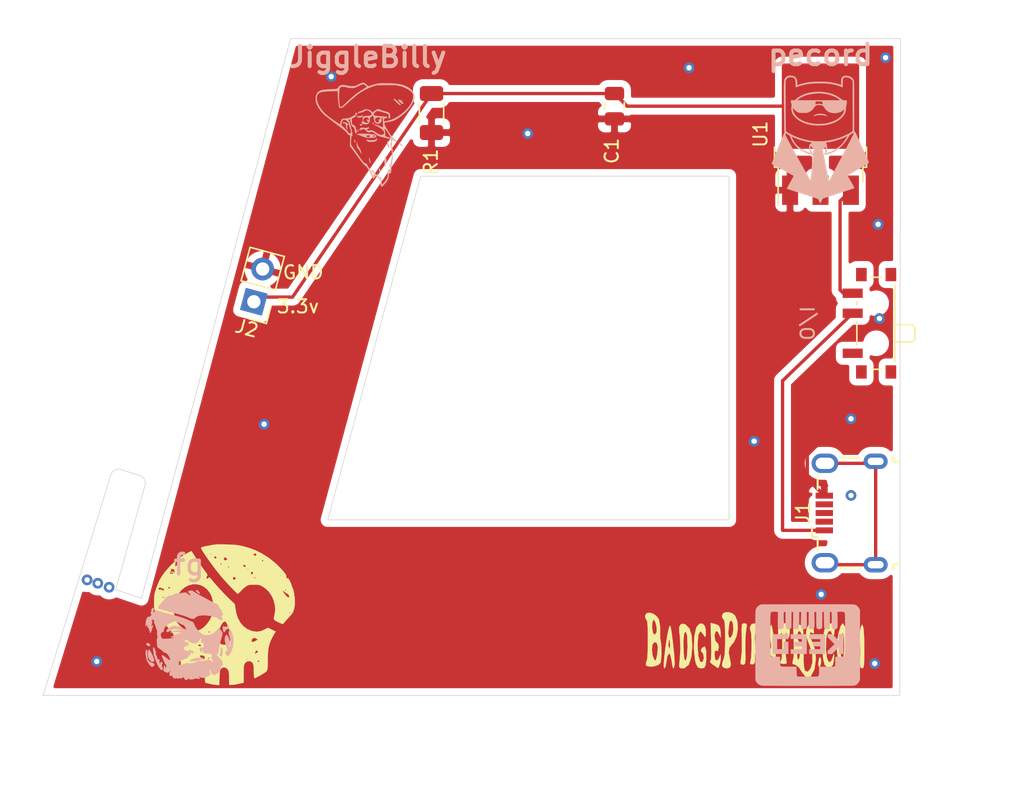
<source format=kicad_pcb>
(kicad_pcb (version 20171130) (host pcbnew "(5.1.10)-1")
  (layers (0 F.Cu signal) (31 B.Cu signal) (34 B.Paste user) (35 F.Paste user) (36 B.SilkS user) (37 F.SilkS user) (38 B.Mask user) (39 F.Mask user) (44 Edge.Cuts user))
  (net 0 "")
  (net 1 GND)
  (net 2 +3V3)
  (net 3 "Net-(J1-Pad6)")
  (net 4 "Net-(J1-Pad4)")
  (net 5 "Net-(J1-Pad3)")
  (net 6 "Net-(J1-Pad2)")
  (net 7 "Net-(I/O1-Pad3)")
  (net 8 "Net-(I/O1-Pad2)")
  (net 9 "Net-(I/O1-Pad1)")
  (module BadgePirate:SW_SPDT_PCM12 (layer F.Cu) (at 173.72 121.412 90)
    (fp_text reference I/O (at 0 -4.8 90) (layer B.SilkS) (effects (justify mirror)))
    (fp_text value SW_DPDT_x2)
    (pad "" smd rect (at -3.65 -0.78 90) (size 1 0.8) (layers F.Cu F.Paste F.Mask))
    (pad "" smd rect (at 3.65 -0.78 90) (size 1 0.8) (layers F.Cu F.Paste F.Mask))
    (pad "" smd rect (at 3.65 1.43 90) (size 1 0.8) (layers F.Cu F.Paste F.Mask))
    (pad "" smd rect (at -3.65 1.43 90) (size 1 0.8) (layers F.Cu F.Paste F.Mask))
    (pad 3 smd rect (at 2.25 -1.43 90) (size 0.7 1.5) (layers F.Cu F.Paste F.Mask) (net 7 "Net-(I/O1-Pad3)"))
    (pad 2 smd rect (at 0.75 -1.43 90) (size 0.7 1.5) (layers F.Cu F.Paste F.Mask) (net 8 "Net-(I/O1-Pad2)"))
    (pad 1 smd rect (at -2.25 -1.43 90) (size 0.7 1.5) (layers F.Cu F.Paste F.Mask) (net 9 "Net-(I/O1-Pad1)"))
    (pad "" np_thru_hole circle (at 1.5 0.33 90) (size 0.9 0.9) (drill 0.9) (layers *.Cu *.Mask))
    (pad "" np_thru_hole circle (at -1.5 0.33 90) (size 0.9 0.9) (drill 0.9) (layers *.Cu *.Mask))
  )
  (module BadgePirate:PinHeader_1x02_P2.54mm_Vertical (layer F.Cu) (at 127.4 119.8 165)
    (fp_text reference J2 (at 0 -2.06 165) (layer F.SilkS))
    (fp_text value Conn_01x02_Male)
    (pad 1 thru_hole rect (at 0 0 165) (size 1.7 1.7) (drill 1) (layers *.Cu *.Mask) (net 2 +3V3))
    (pad 2 thru_hole oval (at 0 2.54 165) (size 1.7 1.7) (drill 1) (layers *.Cu *.Mask) (net 1 GND))
  )
  (module BadgePiratesLogos:NG_BSilk (layer F.Cu) (at 169.0116 144.6784)
    (fp_text reference G*** hide)
    (fp_text value NG_BSilk hide)
  )
  (module BadgePiratesLogos:pecord_10x10_BSLK (layer F.Cu) (at 169.8752 107.6452)
    (fp_text reference G*** hide)
    (fp_text value pecord (at 0 -6.35) (layer B.SilkS) (effects (font (size 1.54 1.54) (thickness 0.3))))
  )
  (module BadgePiratesLogos:Jiggle_10x15_BSILK (layer F.Cu) (at 135.9408 107.7976)
    (fp_text reference G*** hide)
    (fp_text value JiggleBilly (at 0 -6.35) (layer B.SilkS) (effects (font (size 1.524 1.524) (thickness 0.3))))
  )
  (module BadgePiratesLogos:FG_10x10_BSILK (layer F.Cu) (at 122.5296 145.8468)
    (fp_text reference G*** hide)
    (fp_text value fg (at 0 -6.35) (layer B.SilkS) (effects (font (size 1.54 1.54) (thickness 0.25))))
  )
  (module BadgePiratesLogos:BadgePiratesURL_FSLK (layer F.Cu) (at 164.9476 145.5928)
    (fp_text reference G*** hide)
    (fp_text value LOGO hide)
  )
  (module BadgePiratesLogos:BPSkull_Distressed_10x10_FSK (layer F.Cu) (at 125.1712 143.256)
    (fp_text reference G*** hide)
    (fp_text value "BP Logo" hide)
  )
  (module Package_TO_SOT_SMD:TO-252-3_TabPin2 (layer F.Cu) (at 169.8752 107.2388 90)
    (fp_text reference U1 (at 0 -4.5 90) (layer F.SilkS))
    (fp_text value IFX27001TFV33)
    (pad 2 smd rect (at 2.1 0 90) (size 6.4 5.8) (layers F.Cu F.Mask) (net 2 +3V3))
    (pad 3 smd rect (at -4.2 2.28 90) (size 2.2 1.2) (layers F.Cu F.Paste F.Mask) (net 7 "Net-(I/O1-Pad3)"))
    (pad 2 smd rect (at -4.2 0 90) (size 2.2 1.2) (layers F.Cu F.Paste F.Mask) (net 2 +3V3))
    (pad 1 smd rect (at -4.2 -2.28 90) (size 2.2 1.2) (layers F.Cu F.Paste F.Mask) (net 1 GND))
  )
  (module Resistor_SMD:R_1206_3216Metric (layer F.Cu) (at 140.716 105.6533 270)
    (fp_text reference R1 (at 3.6576 0.0508 90) (layer F.SilkS))
    (fp_text value R)
    (pad 2 smd roundrect (at 1.4625 0 270) (size 1.125 1.75) (layers F.Cu F.Paste F.Mask) (roundrect_rratio 0.2222195555555556) (net 1 GND))
    (pad 1 smd roundrect (at -1.4625 0 270) (size 1.125 1.75) (layers F.Cu F.Paste F.Mask) (roundrect_rratio 0.2222195555555556) (net 2 +3V3))
  )
  (module Connector_USB:USB_Micro-B_Wuerth_629105150521 (layer F.Cu) (at 172.0596 135.636 90)
    (fp_text reference J1 (at 0 -3.5 90) (layer F.SilkS))
    (fp_text value USB_B_Micro)
    (pad "" np_thru_hole oval (at 2.5 -0.8 90) (size 0.8 0.8) (drill 0.8) (layers *.Cu *.Mask))
    (pad "" np_thru_hole oval (at -2.5 -0.8 90) (size 0.8 0.8) (drill 0.8) (layers *.Cu *.Mask))
    (pad 6 thru_hole oval (at 3.875 1.95 90) (size 1.15 1.8) (drill oval 0.55 1.2) (layers *.Cu *.Mask) (net 3 "Net-(J1-Pad6)"))
    (pad 6 thru_hole oval (at -3.875 1.95 90) (size 1.15 1.8) (drill oval 0.55 1.2) (layers *.Cu *.Mask) (net 3 "Net-(J1-Pad6)"))
    (pad 6 thru_hole oval (at 3.725 -1.85 90) (size 1.45 2) (drill oval 0.85 1.4) (layers *.Cu *.Mask) (net 3 "Net-(J1-Pad6)"))
    (pad 6 thru_hole oval (at -3.725 -1.85 90) (size 1.45 2) (drill oval 0.85 1.4) (layers *.Cu *.Mask) (net 3 "Net-(J1-Pad6)"))
    (pad 5 smd rect (at 1.3 -1.9 90) (size 0.45 1.3) (layers F.Cu F.Paste F.Mask) (net 1 GND))
    (pad 4 smd rect (at 0.65 -1.9 90) (size 0.45 1.3) (layers F.Cu F.Paste F.Mask) (net 4 "Net-(J1-Pad4)"))
    (pad 3 smd rect (at 0 -1.9 90) (size 0.45 1.3) (layers F.Cu F.Paste F.Mask) (net 5 "Net-(J1-Pad3)"))
    (pad 2 smd rect (at -0.65 -1.9 90) (size 0.45 1.3) (layers F.Cu F.Paste F.Mask) (net 6 "Net-(J1-Pad2)"))
    (pad 1 smd rect (at -1.3 -1.9 90) (size 0.45 1.3) (layers F.Cu F.Paste F.Mask) (net 8 "Net-(I/O1-Pad2)"))
  )
  (module Capacitor_SMD:C_0805_2012Metric (layer F.Cu) (at 154.432 105.1408 270)
    (fp_text reference C1 (at 3.3528 0.2032 90) (layer F.SilkS))
    (fp_text value CP1)
    (pad 2 smd roundrect (at 0.95 0 270) (size 1 1.45) (layers F.Cu F.Paste F.Mask) (net 1 GND))
    (pad 1 smd roundrect (at -0.95 0 270) (size 1 1.45) (layers F.Cu F.Paste F.Mask) (net 2 +3V3))
  )
  (gr_line (start 139.9032 110.3884) (end 163.0172 110.3884) (layer Edge.Cuts) (width 0.05))
  (gr_line (start 132.9436 136.144) (end 139.9032 110.3884) (layer Edge.Cuts) (width 0.05))
  (gr_line (start 163.0172 136.144) (end 132.9436 136.144) (layer Edge.Cuts) (width 0.05))
  (gr_line (start 163.0172 110.3884) (end 163.0172 136.144) (layer Edge.Cuts) (width 0.05))
  (gr_arc (start 118.6688 133.4008) (end 119.2276 133.604) (angle -94.86440152) (layer Edge.Cuts) (width 0.05))
  (gr_arc (start 117.2464 132.9436) (end 117.4496 132.3848) (angle -94.86440152) (layer Edge.Cuts) (width 0.05))
  (gr_line (start 175.8696 100.076) (end 130.1496 100.076) (layer Edge.Cuts) (width 0.05))
  (gr_line (start 117.0432 141.3764) (end 119.2276 133.604) (layer Edge.Cuts) (width 0.05))
  (gr_line (start 118.9736 142.0368) (end 117.0432 141.3764) (layer Edge.Cuts) (width 0.05))
  (gr_line (start 175.8188 143.4084) (end 175.8188 149.3012) (layer Edge.Cuts) (width 0.05))
  (gr_line (start 175.8188 143.4084) (end 175.8188 141.5796) (layer Edge.Cuts) (width 0.05))
  (gr_line (start 175.8188 141.5796) (end 175.8696 100.076) (layer Edge.Cuts) (width 0.05))
  (gr_text 3.3v (at 130.7 120.15) (layer F.SilkS) (effects (font (size 1 1))))
  (gr_text GND (at 131.1 117.6) (layer F.SilkS) (effects (font (size 1 1))))
  (gr_line (start 116.672382 132.788517) (end 111.6076 149.3012) (layer Edge.Cuts) (width 0.05))
  (gr_line (start 118.823883 132.826782) (end 117.4496 132.3848) (layer Edge.Cuts) (width 0.05))
  (gr_line (start 130.1496 100.076) (end 118.9736 142.0368) (layer Edge.Cuts) (width 0.05))
  (gr_line (start 111.6076 149.3012) (end 175.8188 149.3012) (layer Edge.Cuts) (width 0.05))
  (via (at 172.1612 134.3152) (size 0.8) (drill 0.4) (layers F.Cu B.Cu) (net 0))
  (via (at 116.55 141.2) (size 0.8) (drill 0.4) (layers F.Cu B.Cu) (net 0))
  (via (at 172.1612 128.5748) (size 0.8) (drill 0.4) (layers F.Cu B.Cu) (net 1))
  (segment (start 168.88459 131.285725) (end 168.88459 133.06099) (width 0.25) (layer F.Cu) (net 1))
  (segment (start 171.595515 128.5748) (end 168.88459 131.285725) (width 0.25) (layer F.Cu) (net 1))
  (segment (start 168.88459 133.06099) (end 170.1596 134.336) (width 0.25) (layer F.Cu) (net 1))
  (segment (start 172.1612 128.5748) (end 171.595515 128.5748) (width 0.25) (layer F.Cu) (net 1))
  (via (at 133.1976 102.9208) (size 0.8) (drill 0.4) (layers F.Cu B.Cu) (net 1))
  (via (at 128.1684 128.9812) (size 0.8) (drill 0.4) (layers F.Cu B.Cu) (net 1))
  (via (at 147.9296 107.188) (size 0.8) (drill 0.4) (layers F.Cu B.Cu) (net 1))
  (via (at 160.02 102.2604) (size 0.8) (drill 0.4) (layers F.Cu B.Cu) (net 1))
  (via (at 169.926 141.732) (size 0.8) (drill 0.4) (layers F.Cu B.Cu) (net 1))
  (via (at 164.8968 130.2512) (size 0.8) (drill 0.4) (layers F.Cu B.Cu) (net 1))
  (via (at 174.1932 113.9952) (size 0.8) (drill 0.4) (layers F.Cu B.Cu) (net 1))
  (via (at 174.752 101.4984) (size 0.8) (drill 0.4) (layers F.Cu B.Cu) (net 1))
  (via (at 174.2948 121.0564) (size 0.8) (drill 0.4) (layers F.Cu B.Cu) (net 1))
  (via (at 115.6208 146.7612) (size 0.8) (drill 0.4) (layers F.Cu B.Cu) (net 1))
  (via (at 173.9392 146.9136) (size 0.8) (drill 0.4) (layers F.Cu B.Cu) (net 1))
  (via (at 115.7 140.9) (size 0.8) (drill 0.4) (layers F.Cu B.Cu) (net 0))
  (via (at 114.9 140.65) (size 0.8) (drill 0.4) (layers F.Cu B.Cu) (net 0))
  (segment (start 169.8752 111.4388) (end 169.8752 105.1388) (width 0.25) (layer F.Cu) (net 2))
  (segment (start 155.38 105.1388) (end 154.432 104.1908) (width 0.25) (layer F.Cu) (net 2))
  (segment (start 169.8752 105.1388) (end 155.38 105.1388) (width 0.25) (layer F.Cu) (net 2))
  (segment (start 154.432 104.1908) (end 140.716 104.1908) (width 0.25) (layer F.Cu) (net 2))
  (segment (start 140.716 104.1908) (end 130.3 119.45) (width 0.25) (layer F.Cu) (net 2))
  (segment (start 127.75 119.45) (end 127.4 119.8) (width 0.25) (layer F.Cu) (net 2))
  (segment (start 130.3 119.45) (end 127.75 119.45) (width 0.25) (layer F.Cu) (net 2))
  (segment (start 173.8596 131.911) (end 174.0096 131.761) (width 0.25) (layer F.Cu) (net 3))
  (segment (start 170.2096 131.911) (end 173.8596 131.911) (width 0.25) (layer F.Cu) (net 3))
  (segment (start 174.0096 131.761) (end 174.0096 139.511) (width 0.25) (layer F.Cu) (net 3))
  (segment (start 170.3596 139.511) (end 170.2096 139.361) (width 0.25) (layer F.Cu) (net 3))
  (segment (start 174.0096 139.511) (end 170.3596 139.511) (width 0.25) (layer F.Cu) (net 3))
  (segment (start 171.3416 112.2524) (end 172.1552 111.4388) (width 0.25) (layer F.Cu) (net 7))
  (segment (start 171.3416 118.912) (end 171.3416 112.2524) (width 0.25) (layer F.Cu) (net 7))
  (segment (start 171.5916 119.162) (end 171.3416 118.912) (width 0.25) (layer F.Cu) (net 7))
  (segment (start 172.29 119.162) (end 171.5916 119.162) (width 0.25) (layer F.Cu) (net 7))
  (segment (start 170.1296 136.906) (end 170.1596 136.936) (width 0.25) (layer F.Cu) (net 8))
  (segment (start 167.0304 125.7232) (end 172.29 120.662) (width 0.25) (layer F.Cu) (net 8))
  (segment (start 167.0304 136.906) (end 167.0304 125.7232) (width 0.25) (layer F.Cu) (net 8))
  (segment (start 167.0604 136.936) (end 167.0304 136.906) (width 0.25) (layer F.Cu) (net 8))
  (segment (start 170.1596 136.936) (end 167.0604 136.936) (width 0.25) (layer F.Cu) (net 8))
  (zone (net 1) (net_name GND) (layer F.Cu) (connect_pads (clearance 0.508)) (min_thickness 0.254) (fill yes (arc_segments 32) (thermal_gap 0.508) (thermal_bridge_width 0.508))
    (polygon (pts (xy 178.322104 152.247196) (xy 108.370504 152.247196) (xy 127.115704 97.281596) (xy 176.594904 97.179996)))
  )
)
</source>
